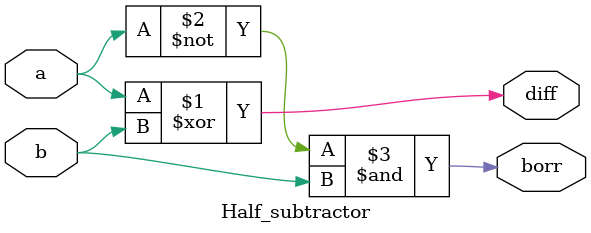
<source format=sv>
`timescale 1ns / 1ps

module Half_subtractor(a,b,diff,borr

    );
    input logic a,b;
    output logic  diff,borr;
    assign diff=a^b;
    assign borr=~a&b;
endmodule

</source>
